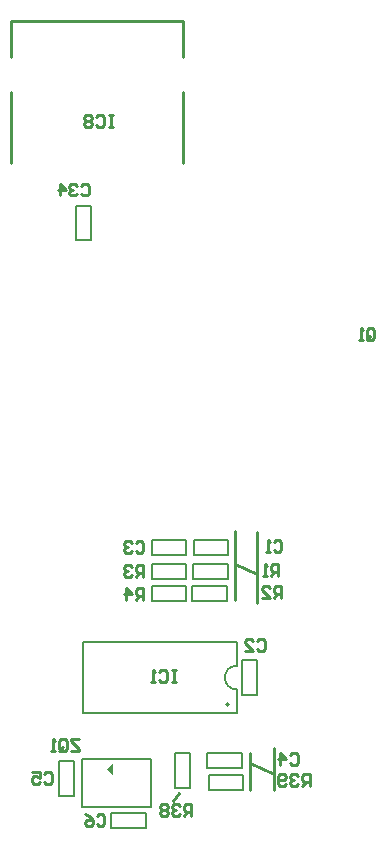
<source format=gbo>
G04 Layer_Color=12566272*
%FSLAX25Y25*%
%MOIN*%
G70*
G01*
G75*
%ADD52C,0.00787*%
%ADD53C,0.01000*%
G36*
X287000Y224500D02*
X285000Y226500D01*
X287000Y228500D01*
X287000Y224500D01*
D02*
G37*
D52*
X325394Y248000D02*
G03*
X325394Y248000I-394J0D01*
G01*
X328091Y260937D02*
G03*
X328091Y253063I0J-3937D01*
G01*
X269000Y217550D02*
X274000D01*
X269000D02*
Y229150D01*
X274000D01*
Y217550D02*
Y229150D01*
X274500Y402700D02*
X279500D01*
X274500D02*
Y414300D01*
X279500D01*
Y402700D02*
Y414300D01*
X311300Y290000D02*
Y295000D01*
X299700Y290000D02*
X311300D01*
X299700D02*
Y295000D01*
X311300D01*
X299700Y282500D02*
Y287500D01*
X311300D01*
Y282500D02*
Y287500D01*
X299700Y282500D02*
X311300D01*
X299700Y298000D02*
Y303000D01*
X311300D01*
Y298000D02*
Y303000D01*
X299700Y298000D02*
X311300D01*
X325300D02*
Y303000D01*
X313700Y298000D02*
X325300D01*
X313700D02*
Y303000D01*
X325300D01*
X313550Y290000D02*
Y295000D01*
X325150D01*
Y290000D02*
Y295000D01*
X313550Y290000D02*
X325150D01*
X324800Y282500D02*
Y287500D01*
X313200Y282500D02*
X324800D01*
X313200D02*
Y287500D01*
X324800D01*
X328091Y245189D02*
Y253063D01*
Y260937D02*
Y268811D01*
X276909D02*
X328091D01*
X276909Y245189D02*
Y268811D01*
Y245189D02*
X328091D01*
X330000Y251200D02*
X335000D01*
X330000D02*
Y262800D01*
X335000D01*
Y251200D02*
Y262800D01*
X318200Y227000D02*
Y232000D01*
X329800D01*
Y227000D02*
Y232000D01*
X318200Y227000D02*
X329800D01*
X330300Y219500D02*
Y224500D01*
X318700Y219500D02*
X330300D01*
X318700D02*
Y224500D01*
X330300D01*
X307500Y220200D02*
X312500D01*
X307500D02*
Y231800D01*
X312500D01*
Y220200D02*
Y231800D01*
X276500Y214000D02*
X299500D01*
Y230000D01*
X276500D02*
X299500D01*
X276500Y214000D02*
Y230000D01*
X286200Y207000D02*
Y212000D01*
X297800D01*
Y207000D02*
Y212000D01*
X286200Y207000D02*
X297800D01*
D53*
X252752Y475748D02*
X310232D01*
X252752Y463937D02*
Y475748D01*
X310232Y463937D02*
Y475748D01*
X252752Y428504D02*
Y452126D01*
X310232Y428504D02*
Y452126D01*
X332500Y219500D02*
Y232000D01*
Y228500D02*
X340500Y225000D01*
Y219500D02*
Y233500D01*
X327500Y283000D02*
Y284500D01*
Y306000D01*
Y295000D02*
X335000Y291500D01*
Y282000D02*
Y305500D01*
X307000Y216000D02*
X309000Y218500D01*
X352500Y221000D02*
Y224936D01*
X350532D01*
X349876Y224280D01*
Y222968D01*
X350532Y222312D01*
X352500D01*
X351188D02*
X349876Y221000D01*
X348564Y224280D02*
X347908Y224936D01*
X346596D01*
X345940Y224280D01*
Y223624D01*
X346596Y222968D01*
X347252D01*
X346596D01*
X345940Y222312D01*
Y221656D01*
X346596Y221000D01*
X347908D01*
X348564Y221656D01*
X344629D02*
X343973Y221000D01*
X342661D01*
X342005Y221656D01*
Y224280D01*
X342661Y224936D01*
X343973D01*
X344629Y224280D01*
Y223624D01*
X343973Y222968D01*
X342005D01*
X313000Y211000D02*
Y214936D01*
X311032D01*
X310376Y214280D01*
Y212968D01*
X311032Y212312D01*
X313000D01*
X311688D02*
X310376Y211000D01*
X309064Y214280D02*
X308408Y214936D01*
X307096D01*
X306440Y214280D01*
Y213624D01*
X307096Y212968D01*
X307752D01*
X307096D01*
X306440Y212312D01*
Y211656D01*
X307096Y211000D01*
X308408D01*
X309064Y211656D01*
X305129Y214280D02*
X304473Y214936D01*
X303161D01*
X302505Y214280D01*
Y213624D01*
X303161Y212968D01*
X302505Y212312D01*
Y211656D01*
X303161Y211000D01*
X304473D01*
X305129Y211656D01*
Y212312D01*
X304473Y212968D01*
X305129Y213624D01*
Y214280D01*
X304473Y212968D02*
X303161D01*
X287000Y444436D02*
X285688D01*
X286344D01*
Y440500D01*
X287000D01*
X285688D01*
X281096Y443780D02*
X281752Y444436D01*
X283064D01*
X283720Y443780D01*
Y441156D01*
X283064Y440500D01*
X281752D01*
X281096Y441156D01*
X279784Y443780D02*
X279129Y444436D01*
X277817D01*
X277161Y443780D01*
Y443124D01*
X277817Y442468D01*
X277161Y441812D01*
Y441156D01*
X277817Y440500D01*
X279129D01*
X279784Y441156D01*
Y441812D01*
X279129Y442468D01*
X279784Y443124D01*
Y443780D01*
X279129Y442468D02*
X277817D01*
X276276Y420980D02*
X276932Y421636D01*
X278244D01*
X278900Y420980D01*
Y418356D01*
X278244Y417700D01*
X276932D01*
X276276Y418356D01*
X274964Y420980D02*
X274308Y421636D01*
X272996D01*
X272340Y420980D01*
Y420324D01*
X272996Y419668D01*
X273652D01*
X272996D01*
X272340Y419012D01*
Y418356D01*
X272996Y417700D01*
X274308D01*
X274964Y418356D01*
X269061Y417700D02*
Y421636D01*
X271028Y419668D01*
X268405D01*
X275500Y236436D02*
X272876D01*
Y235780D01*
X275500Y233156D01*
Y232500D01*
X272876D01*
X268940Y233156D02*
Y235780D01*
X269596Y236436D01*
X270908D01*
X271564Y235780D01*
Y233156D01*
X270908Y232500D01*
X269596D01*
X270252Y233812D02*
X268940Y232500D01*
X269596D02*
X268940Y233156D01*
X267629Y232500D02*
X266317D01*
X266973D01*
Y236436D01*
X267629Y235780D01*
X297000Y283000D02*
Y286936D01*
X295032D01*
X294376Y286280D01*
Y284968D01*
X295032Y284312D01*
X297000D01*
X295688D02*
X294376Y283000D01*
X291096D02*
Y286936D01*
X293064Y284968D01*
X290440D01*
X297000Y290500D02*
Y294436D01*
X295032D01*
X294376Y293780D01*
Y292468D01*
X295032Y291812D01*
X297000D01*
X295688D02*
X294376Y290500D01*
X293064Y293780D02*
X292408Y294436D01*
X291096D01*
X290440Y293780D01*
Y293124D01*
X291096Y292468D01*
X291752D01*
X291096D01*
X290440Y291812D01*
Y291156D01*
X291096Y290500D01*
X292408D01*
X293064Y291156D01*
X343000Y283500D02*
Y287436D01*
X341032D01*
X340376Y286780D01*
Y285468D01*
X341032Y284812D01*
X343000D01*
X341688D02*
X340376Y283500D01*
X336440D02*
X339064D01*
X336440Y286124D01*
Y286780D01*
X337096Y287436D01*
X338408D01*
X339064Y286780D01*
X342000Y291000D02*
Y294936D01*
X340032D01*
X339376Y294280D01*
Y292968D01*
X340032Y292312D01*
X342000D01*
X340688D02*
X339376Y291000D01*
X338064D02*
X336752D01*
X337408D01*
Y294936D01*
X338064Y294280D01*
X371376Y370156D02*
Y372780D01*
X372032Y373436D01*
X373344D01*
X374000Y372780D01*
Y370156D01*
X373344Y369500D01*
X372032D01*
X372688Y370812D02*
X371376Y369500D01*
X372032D02*
X371376Y370156D01*
X370064Y369500D02*
X368752D01*
X369408D01*
Y373436D01*
X370064Y372780D01*
X308000Y259436D02*
X306688D01*
X307344D01*
Y255500D01*
X308000D01*
X306688D01*
X302096Y258780D02*
X302752Y259436D01*
X304064D01*
X304720Y258780D01*
Y256156D01*
X304064Y255500D01*
X302752D01*
X302096Y256156D01*
X300784Y255500D02*
X299473D01*
X300129D01*
Y259436D01*
X300784Y258780D01*
X281376Y210780D02*
X282032Y211436D01*
X283344D01*
X284000Y210780D01*
Y208156D01*
X283344Y207500D01*
X282032D01*
X281376Y208156D01*
X277440Y211436D02*
X278752Y210780D01*
X280064Y209468D01*
Y208156D01*
X279408Y207500D01*
X278096D01*
X277440Y208156D01*
Y208812D01*
X278096Y209468D01*
X280064D01*
X263876Y224780D02*
X264532Y225436D01*
X265844D01*
X266500Y224780D01*
Y222156D01*
X265844Y221500D01*
X264532D01*
X263876Y222156D01*
X259940Y225436D02*
X262564D01*
Y223468D01*
X261252Y224124D01*
X260596D01*
X259940Y223468D01*
Y222156D01*
X260596Y221500D01*
X261908D01*
X262564Y222156D01*
X345876Y231280D02*
X346532Y231936D01*
X347844D01*
X348500Y231280D01*
Y228656D01*
X347844Y228000D01*
X346532D01*
X345876Y228656D01*
X342596Y228000D02*
Y231936D01*
X344564Y229968D01*
X341940D01*
X294376Y301780D02*
X295032Y302436D01*
X296344D01*
X297000Y301780D01*
Y299156D01*
X296344Y298500D01*
X295032D01*
X294376Y299156D01*
X293064Y301780D02*
X292408Y302436D01*
X291096D01*
X290440Y301780D01*
Y301124D01*
X291096Y300468D01*
X291752D01*
X291096D01*
X290440Y299812D01*
Y299156D01*
X291096Y298500D01*
X292408D01*
X293064Y299156D01*
X334876Y269280D02*
X335532Y269936D01*
X336844D01*
X337500Y269280D01*
Y266656D01*
X336844Y266000D01*
X335532D01*
X334876Y266656D01*
X330940Y266000D02*
X333564D01*
X330940Y268624D01*
Y269280D01*
X331596Y269936D01*
X332908D01*
X333564Y269280D01*
X340376Y302280D02*
X341032Y302936D01*
X342344D01*
X343000Y302280D01*
Y299656D01*
X342344Y299000D01*
X341032D01*
X340376Y299656D01*
X339064Y299000D02*
X337752D01*
X338408D01*
Y302936D01*
X339064Y302280D01*
M02*

</source>
